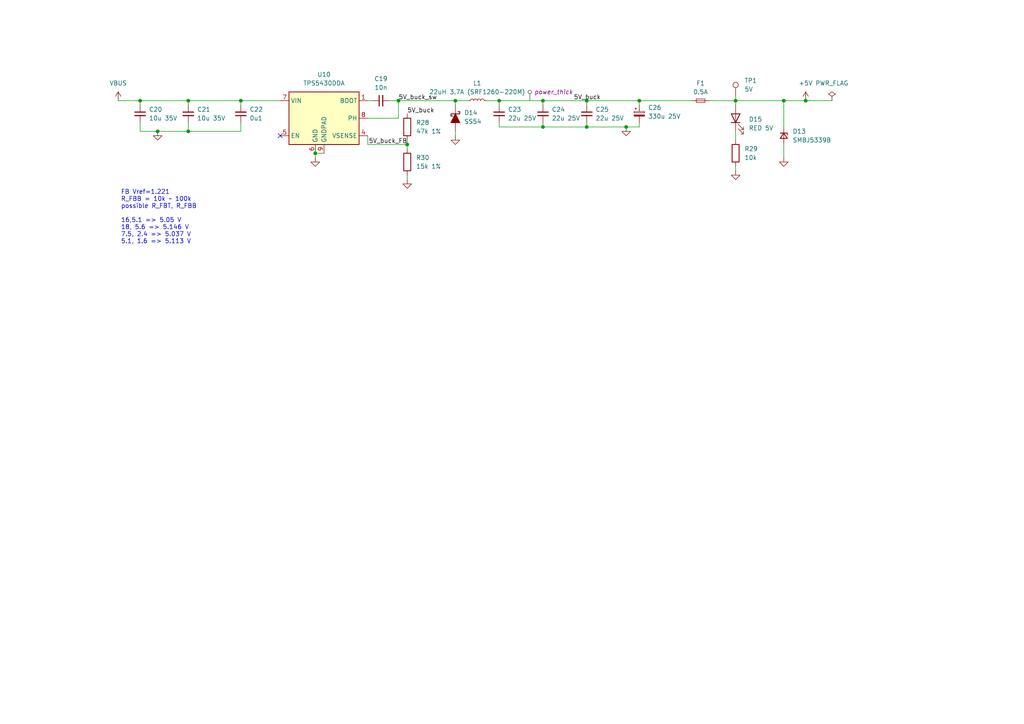
<source format=kicad_sch>
(kicad_sch (version 20231120) (generator "eeschema") (generator_version "8.0")
  (paper "A4")
  (title_block (title "HVB_LV1") (date "2024-10-25") (rev "1.0") (company "NTURacing") (comment 1 "Powertrain") (comment 2 "郭哲明 Jack Kuo"))
  (lib_symbols
    (symbol "Connector:TestPoint" (pin_numbers hide) (pin_names (offset 0.762) hide)
      (property "Reference" "TP" (at 0 6.858 0))
      (property "Value" "TestPoint" (at 0 5.08 0))
      (symbol "TestPoint_0_1"
        (circle (center 0 3.302) (radius 0.762))
      )
      (symbol "TestPoint_1_1"
        (pin passive line (at 0 0 90) (length 2.54) (name "1") (number "1"))
      )
    )
    (symbol "Device:C_Polarized_Small" (pin_numbers hide) (pin_names (offset 0.254) hide)
      (property "Reference" "C" (at 0.254 1.778 0))
      (property "Value" "C_Polarized_Small" (at 0.254 -2.032 0))
      (symbol "C_Polarized_Small_0_1"
        (rectangle (start -1.524 -0.3048) (end 1.524 -0.6858) (fill (type outline)))
        (rectangle (start -1.524 0.6858) (end 1.524 0.3048))
        (polyline (pts (xy -1.27 1.524) (xy -0.762 1.524)))
        (polyline (pts (xy -1.016 1.27) (xy -1.016 1.778)))
      )
      (symbol "C_Polarized_Small_1_1"
        (pin passive line (at 0 2.54 270) (length 1.8542) (name "~") (number "1"))
        (pin passive line (at 0 -2.54 90) (length 1.8542) (name "~") (number "2"))
      )
    )
    (symbol "Device:C_Small" (pin_numbers hide) (pin_names (offset 0.254) hide)
      (property "Reference" "C" (at 0.254 1.778 0))
      (property "Value" "C_Small" (at 0.254 -2.032 0))
      (symbol "C_Small_0_1"
        (polyline (pts (xy -1.524 -0.508) (xy 1.524 -0.508)) (stroke (width 0.3302)))
        (polyline (pts (xy -1.524 0.508) (xy 1.524 0.508)) (stroke (width 0.3048)))
      )
      (symbol "C_Small_1_1"
        (pin passive line (at 0 2.54 270) (length 2.032) (name "~") (number "1"))
        (pin passive line (at 0 -2.54 90) (length 2.032) (name "~") (number "2"))
      )
    )
    (symbol "Device:D_Zener_Small" (pin_numbers hide) (pin_names (offset 0.254) hide)
      (property "Reference" "D" (at 0 2.286 0))
      (property "Value" "D_Zener_Small" (at 0 -2.286 0))
      (symbol "D_Zener_Small_0_1"
        (polyline (pts (xy 0.762 0) (xy -0.762 0)))
        (polyline (pts (xy -0.254 1.016) (xy -0.762 1.016) (xy -0.762 -1.016)) (stroke (width 0.254)))
        (polyline (pts (xy 0.762 1.016) (xy -0.762 0) (xy 0.762 -1.016) (xy 0.762 1.016)) (stroke (width 0.254)))
      )
      (symbol "D_Zener_Small_1_1"
        (pin passive line (at -2.54 0 0) (length 1.778) (name "K") (number "1"))
        (pin passive line (at 2.54 0 180) (length 1.778) (name "A") (number "2"))
      )
    )
    (symbol "Device:Fuse_Small" (pin_numbers hide) (pin_names (offset 0.254) hide)
      (property "Reference" "F" (at 0 -1.524 0))
      (property "Value" "Fuse_Small" (at 0 1.524 0))
      (symbol "Fuse_Small_0_1"
        (rectangle (start -1.27 0.508) (end 1.27 -0.508))
        (polyline (pts (xy -1.27 0) (xy 1.27 0)))
      )
      (symbol "Fuse_Small_1_1"
        (pin passive line (at -2.54 0 0) (length 1.27) (name "~") (number "1"))
        (pin passive line (at 2.54 0 180) (length 1.27) (name "~") (number "2"))
      )
    )
    (symbol "Device:LED" (pin_numbers hide) (pin_names (offset 1.016) hide)
      (property "Reference" "D" (at 0 2.54 0))
      (property "Value" "LED" (at 0 -2.54 0))
      (symbol "LED_0_1"
        (polyline (pts (xy -1.27 -1.27) (xy -1.27 1.27)) (stroke (width 0.254)))
        (polyline (pts (xy -1.27 0) (xy 1.27 0)))
        (polyline (pts (xy 1.27 -1.27) (xy 1.27 1.27) (xy -1.27 0) (xy 1.27 -1.27)) (stroke (width 0.254)))
        (polyline (pts (xy -3.048 -0.762) (xy -4.572 -2.286) (xy -3.81 -2.286) (xy -4.572 -2.286) (xy -4.572 -1.524)))
        (polyline (pts (xy -1.778 -0.762) (xy -3.302 -2.286) (xy -2.54 -2.286) (xy -3.302 -2.286) (xy -3.302 -1.524)))
      )
      (symbol "LED_1_1"
        (pin passive line (at -3.81 0 0) (length 2.54) (name "K") (number "1"))
        (pin passive line (at 3.81 0 180) (length 2.54) (name "A") (number "2"))
      )
    )
    (symbol "Device:L_Small" (pin_numbers hide) (pin_names (offset 0.254) hide)
      (property "Reference" "L" (at 0.762 1.016 0))
      (property "Value" "L_Small" (at 0.762 -1.016 0))
      (symbol "L_Small_0_1"
        (arc (start 0 -2.032) (mid 0.5058 -1.524) (end 0 -1.016))
        (arc (start 0 -1.016) (mid 0.5058 -0.508) (end 0 0))
        (arc (start 0 0) (mid 0.5058 0.508) (end 0 1.016))
        (arc (start 0 1.016) (mid 0.5058 1.524) (end 0 2.032))
      )
      (symbol "L_Small_1_1"
        (pin passive line (at 0 2.54 270) (length 0.508) (name "~") (number "1"))
        (pin passive line (at 0 -2.54 90) (length 0.508) (name "~") (number "2"))
      )
    )
    (symbol "Device:R" (pin_numbers hide) (pin_names (offset 0))
      (property "Reference" "R" (at 2.032 0 90))
      (property "Value" "R" (at 0 0 90))
      (symbol "R_0_1"
        (rectangle (start -1.016 -2.54) (end 1.016 2.54) (stroke (width 0.254)))
      )
      (symbol "R_1_1"
        (pin passive line (at 0 3.81 270) (length 1.27) (name "~") (number "1"))
        (pin passive line (at 0 -3.81 90) (length 1.27) (name "~") (number "2"))
      )
    )
    (symbol "PCM_Diode_Schottky_AKL:SS54" (pin_numbers hide) (pin_names (offset 1.016) hide)
      (property "Reference" "D" (at 0 5.08 0))
      (property "Value" "SS54" (at 0 2.54 0))
      (symbol "SS54_0_1"
        (polyline (pts (xy -1.27 0) (xy 1.27 0)))
        (polyline (pts (xy -1.27 -1.27) (xy -1.27 1.27) (xy 1.27 0) (xy -1.27 -1.27)) (stroke (width 0.254)) (fill (type outline)))
        (polyline (pts (xy 1.905 -0.762) (xy 1.905 -1.27) (xy 1.27 -1.27) (xy 1.27 1.27) (xy 0.635 1.27) (xy 0.635 0.762)) (stroke (width 0.254)))
      )
      (symbol "SS54_0_2"
        (polyline (pts (xy -2.54 -2.54) (xy 2.54 2.54)))
        (polyline (pts (xy 0 1.778) (xy 1.778 0)) (stroke (width 0.254)))
        (polyline (pts (xy 0 1.778) (xy -0.381 1.397) (xy 0 1.016)) (stroke (width 0.254)))
        (polyline (pts (xy 1.778 0) (xy 2.159 0.381) (xy 1.778 0.762)) (stroke (width 0.254)))
        (polyline (pts (xy -0.889 -0.889) (xy -1.778 0) (xy 0.889 0.889) (xy 0 -1.778) (xy -0.889 -0.889)) (stroke (width 0.254)) (fill (type outline)))
      )
      (symbol "SS54_1_1"
        (pin passive line (at 3.81 0 180) (length 2.54) (name "K") (number "1"))
        (pin passive line (at -3.81 0 0) (length 2.54) (name "A") (number "2"))
      )
      (symbol "SS54_1_2"
        (pin passive line (at 2.54 2.54 180) (length 0) (name "K") (number "1"))
        (pin passive line (at -2.54 -2.54 0) (length 0) (name "A") (number "2"))
      )
    )
    (symbol "Regulator_Switching:TPS5430DDA"
      (property "Reference" "U" (at -10.16 8.89 0))
      (property "Value" "TPS5430DDA" (at -1.27 8.89 0))
      (symbol "TPS5430DDA_0_1"
        (rectangle (start -10.16 7.62) (end 10.16 -7.62) (stroke (width 0.254)) (fill (type background)))
      )
      (symbol "TPS5430DDA_1_1"
        (pin input line (at 12.7 5.08 180) (length 2.54) (name "BOOT") (number "1"))
        (pin no_connect line (at -10.16 2.54 0) (length 2.54) hide (name "NC") (number "2"))
        (pin no_connect line (at -10.16 -2.54 0) (length 2.54) hide (name "NC") (number "3"))
        (pin input line (at 12.7 -5.08 180) (length 2.54) (name "VSENSE") (number "4"))
        (pin input line (at -12.7 -5.08 0) (length 2.54) (name "EN") (number "5"))
        (pin power_in line (at -2.54 -10.16 90) (length 2.54) (name "GND") (number "6"))
        (pin power_in line (at -12.7 5.08 0) (length 2.54) (name "VIN") (number "7"))
        (pin output line (at 12.7 0 180) (length 2.54) (name "PH") (number "8"))
        (pin power_in line (at 0 -10.16 90) (length 2.54) (name "GNDPAD") (number "9"))
      )
    )
    (symbol "power:+5V" (power) (pin_numbers hide) (pin_names (offset 0) hide)
      (property "Value" "+5V" (at 0 3.556 0))
      (symbol "+5V_0_1"
        (polyline (pts (xy -0.762 1.27) (xy 0 2.54)))
        (polyline (pts (xy 0 0) (xy 0 2.54)))
        (polyline (pts (xy 0 2.54) (xy 0.762 1.27)))
      )
      (symbol "+5V_1_1"
        (pin power_in line (at 0 0 90) (length 0) (name "~") (number "1"))
      )
    )
    (symbol "power:GND" (power) (pin_numbers hide) (pin_names (offset 0) hide)
      (property "Value" "GND" (at 0 -3.81 0))
      (symbol "GND_0_1"
        (polyline (pts (xy 0 0) (xy 0 -1.27) (xy 1.27 -1.27) (xy 0 -2.54) (xy -1.27 -1.27) (xy 0 -1.27)))
      )
      (symbol "GND_1_1"
        (pin power_in line (at 0 0 270) (length 0) (name "~") (number "1"))
      )
    )
    (symbol "power:PWR_FLAG" (power) (pin_numbers hide) (pin_names (offset 0) hide)
      (property "Value" "PWR_FLAG" (at 0 3.81 0))
      (symbol "PWR_FLAG_0_0"
        (pin power_out line (at 0 0 90) (length 0) (name "~") (number "1"))
      )
      (symbol "PWR_FLAG_0_1"
        (polyline (pts (xy 0 0) (xy 0 1.27) (xy -1.016 1.905) (xy 0 2.54) (xy 1.016 1.905) (xy 0 1.27)))
      )
    )
    (symbol "power:VBUS" (power) (pin_numbers hide) (pin_names (offset 0) hide)
      (property "Value" "VBUS" (at 0 3.556 0))
      (symbol "VBUS_0_1"
        (polyline (pts (xy -0.762 1.27) (xy 0 2.54)))
        (polyline (pts (xy 0 0) (xy 0 2.54)))
        (polyline (pts (xy 0 2.54) (xy 0.762 1.27)))
      )
      (symbol "VBUS_1_1"
        (pin power_in line (at 0 0 90) (length 0) (name "~") (number "1"))
      )
    )
  )
  (junction (at 157.48 29.21))
  (junction (at 54.61 29.21))
  (junction (at 144.78 29.21))
  (junction (at 118.11 41.91))
  (junction (at 185.42 29.21))
  (junction (at 170.18 29.21))
  (junction (at 54.61 38.1))
  (junction (at 157.48 36.83))
  (junction (at 69.85 29.21))
  (junction (at 91.44 44.45))
  (junction (at 227.33 29.21))
  (junction (at 40.64 29.21))
  (junction (at 115.57 29.21))
  (junction (at 181.61 36.83))
  (junction (at 213.36 29.21))
  (junction (at 45.72 38.1))
  (junction (at 233.68 29.21))
  (junction (at 132.08 29.21))
  (junction (at 170.18 36.83))
  (no_connect (at 81.28 39.37))
  (wire (pts (xy 106.68 29.21) (xy 107.95 29.21)))
  (wire (pts (xy 118.11 52.07) (xy 118.11 50.8)))
  (wire (pts (xy 144.78 36.83) (xy 157.48 36.83)))
  (wire (pts (xy 157.48 36.83) (xy 157.48 35.56)))
  (wire (pts (xy 91.44 45.72) (xy 91.44 44.45)))
  (wire (pts (xy 91.44 44.45) (xy 93.98 44.45)))
  (wire (pts (xy 227.33 29.21) (xy 233.68 29.21)))
  (wire (pts (xy 69.85 35.56) (xy 69.85 38.1)))
  (wire (pts (xy 170.18 36.83) (xy 181.61 36.83)))
  (wire (pts (xy 54.61 29.21) (xy 54.61 30.48)))
  (wire (pts (xy 118.11 41.91) (xy 118.11 43.18)))
  (wire (pts (xy 213.36 49.53) (xy 213.36 48.26)))
  (wire (pts (xy 40.64 29.21) (xy 54.61 29.21)))
  (wire (pts (xy 185.42 29.21) (xy 200.66 29.21)))
  (wire (pts (xy 213.36 29.21) (xy 213.36 30.48)))
  (wire (pts (xy 34.29 29.21) (xy 40.64 29.21)))
  (wire (pts (xy 132.08 30.48) (xy 132.08 29.21)))
  (wire (pts (xy 113.03 29.21) (xy 115.57 29.21)))
  (wire (pts (xy 227.33 36.83) (xy 227.33 29.21)))
  (wire (pts (xy 213.36 27.94) (xy 213.36 29.21)))
  (wire (pts (xy 140.97 29.21) (xy 144.78 29.21)))
  (wire (pts (xy 170.18 30.48) (xy 170.18 29.21)))
  (wire (pts (xy 170.18 29.21) (xy 185.42 29.21)))
  (wire (pts (xy 132.08 39.37) (xy 132.08 38.1)))
  (wire (pts (xy 157.48 29.21) (xy 170.18 29.21)))
  (wire (pts (xy 132.08 29.21) (xy 135.89 29.21)))
  (wire (pts (xy 213.36 29.21) (xy 227.33 29.21)))
  (wire (pts (xy 213.36 40.64) (xy 213.36 38.1)))
  (wire (pts (xy 54.61 29.21) (xy 69.85 29.21)))
  (wire (pts (xy 115.57 29.21) (xy 132.08 29.21)))
  (wire (pts (xy 69.85 30.48) (xy 69.85 29.21)))
  (wire (pts (xy 69.85 29.21) (xy 81.28 29.21)))
  (wire (pts (xy 157.48 36.83) (xy 170.18 36.83)))
  (wire (pts (xy 144.78 30.48) (xy 144.78 29.21)))
  (wire (pts (xy 185.42 36.83) (xy 181.61 36.83)))
  (wire (pts (xy 170.18 36.83) (xy 170.18 35.56)))
  (wire (pts (xy 40.64 38.1) (xy 40.64 35.56)))
  (wire (pts (xy 144.78 36.83) (xy 144.78 35.56)))
  (wire (pts (xy 144.78 29.21) (xy 157.48 29.21)))
  (wire (pts (xy 69.85 38.1) (xy 54.61 38.1)))
  (wire (pts (xy 185.42 29.21) (xy 185.42 30.48)))
  (wire (pts (xy 40.64 38.1) (xy 45.72 38.1)))
  (wire (pts (xy 106.68 41.91) (xy 106.68 39.37)))
  (wire (pts (xy 115.57 29.21) (xy 115.57 34.29)))
  (wire (pts (xy 241.3 29.21) (xy 233.68 29.21)))
  (wire (pts (xy 118.11 41.91) (xy 106.68 41.91)))
  (wire (pts (xy 185.42 35.56) (xy 185.42 36.83)))
  (wire (pts (xy 227.33 45.72) (xy 227.33 41.91)))
  (wire (pts (xy 157.48 30.48) (xy 157.48 29.21)))
  (wire (pts (xy 40.64 29.21) (xy 40.64 30.48)))
  (wire (pts (xy 54.61 38.1) (xy 54.61 35.56)))
  (wire (pts (xy 45.72 38.1) (xy 54.61 38.1)))
  (wire (pts (xy 106.68 34.29) (xy 115.57 34.29)))
  (wire (pts (xy 205.74 29.21) (xy 213.36 29.21)))
  (wire (pts (xy 118.11 40.64) (xy 118.11 41.91)))
  (text "FB Vref=1.221\nR_FBB = 10k ~ 100k\npossible R_FBT, R_FBB\n\n16,5.1 => 5.05 V\n18, 5.6 => 5.146 V\n7.5, 2.4 => 5.037 V\n5.1, 1.6 => 5.113 V" (at 35.052 70.866 0) (effects (font (size 1.27 1.27)) (justify left bottom)))
  (label "5V_buck" (at 118.11 33.02 0))
  (label "5V_buck_FB" (at 118.11 41.91 180))
  (label "5V_buck" (at 166.37 29.21 0))
  (label "5V_buck_sw" (at 115.57 29.21 0))
  (netclass_flag "" (length 2.54) (shape round) (at 153.67 29.21 0) (property "Netclass" "power_thick" (at 154.94 26.67 0) (effects (font (italic yes)) (justify left))))
  (symbol (lib_id "power:GND") (at 118.11 52.07 0) (unit 1)
    (property "Reference" "#PWR0103" (effects (hide yes)))
    (property "Value" "GND" (effects (hide yes)))
    (property "Description" "Power symbol creates a global label with name \"GND\" , ground" (effects (hide yes)))
  )
  (symbol (lib_id "power:GND") (at 213.36 49.53 0) (unit 1)
    (property "Reference" "#PWR0102" (effects (hide yes)))
    (property "Value" "GND" (effects (hide yes)))
    (property "Description" "Power symbol creates a global label with name \"GND\" , ground" (effects (hide yes)))
  )
  (symbol (lib_id "Device:C_Small") (at 40.64 33.02 0) (unit 1)
    (property "Reference" "C20" (at 43.18 31.7562 0) (effects (justify left)))
    (property "Value" "10u 35V" (at 43.18 34.2962 0) (effects (justify left)))
    (property "Footprint" "Capacitor_SMD:C_1206_3216Metric" (effects (hide yes)))
    (property "Description" "Unpolarized capacitor, small symbol" (effects (hide yes)))
  )
  (symbol (lib_id "power:GND") (at 227.33 45.72 0) (unit 1)
    (property "Reference" "#PWR097" (effects (hide yes)))
    (property "Value" "GND" (effects (hide yes)))
    (property "Description" "Power symbol creates a global label with name \"GND\" , ground" (effects (hide yes)))
  )
  (symbol (lib_id "Device:C_Small") (at 69.85 33.02 180) (unit 1)
    (property "Reference" "C22" (at 72.39 31.7435 0) (effects (justify right)))
    (property "Value" "0u1" (at 72.39 34.2835 0) (effects (justify right)))
    (property "Footprint" "Capacitor_SMD:C_0603_1608Metric" (effects (hide yes)))
    (property "Description" "Unpolarized capacitor, small symbol" (effects (hide yes)))
  )
  (symbol (lib_id "Connector:TestPoint") (at 213.36 27.94 0) (unit 1)
    (property "Reference" "TP1" (at 215.9 23.368 0) (effects (justify left)))
    (property "Value" "5V" (at 215.9 25.908 0) (effects (justify left)))
    (property "Footprint" "TestPoint:TestPoint_Pad_D1.0mm" (effects (hide yes)))
    (property "Description" "test point" (effects (hide yes)))
  )
  (symbol (lib_id "Device:C_Small") (at 157.48 33.02 0) (unit 1)
    (property "Reference" "C24" (at 160.02 31.7562 0) (effects (justify left)))
    (property "Value" "22u 25V" (at 160.02 34.2962 0) (effects (justify left)))
    (property "Footprint" "Capacitor_SMD:C_1206_3216Metric" (effects (hide yes)))
    (property "Description" "Unpolarized capacitor, small symbol" (effects (hide yes)))
  )
  (symbol (lib_id "power:VBUS") (at 34.29 29.21 0) (unit 1)
    (property "Reference" "#PWR095" (effects (hide yes)))
    (property "Value" "VBUS" (at 34.29 24.13 0))
    (property "Description" "Power symbol creates a global label with name \"VBUS\"" (effects (hide yes)))
  )
  (symbol (lib_id "power:GND") (at 91.44 45.72 0) (unit 1)
    (property "Reference" "#PWR0101" (effects (hide yes)))
    (property "Value" "GND" (effects (hide yes)))
    (property "Description" "Power symbol creates a global label with name \"GND\" , ground" (effects (hide yes)))
  )
  (symbol (lib_id "power:+5V") (at 233.68 29.21 0) (unit 1)
    (property "Reference" "#PWR096" (effects (hide yes)))
    (property "Value" "+5V" (at 233.68 24.13 0))
    (property "Description" "Power symbol creates a global label with name \"+5V\"" (effects (hide yes)))
  )
  (symbol (lib_id "Device:Fuse_Small") (at 203.2 29.21 0) (unit 1)
    (property "Reference" "F1" (at 203.2 24.13 0))
    (property "Value" "0.5A" (at 203.2 26.67 0))
    (property "Footprint" "Fuse:Fuse_1812_4532Metric" (effects (hide yes)))
    (property "Description" "Fuse, small symbol" (effects (hide yes)))
  )
  (symbol (lib_id "Device:R") (at 118.11 46.99 0) (unit 1)
    (property "Reference" "R30" (at 120.65 45.72 0) (effects (justify left)))
    (property "Value" "15k 1%" (at 120.65 48.26 0) (effects (justify left)))
    (property "Footprint" "Resistor_SMD:R_0603_1608Metric" (effects (hide yes)))
    (property "Description" "Resistor" (effects (hide yes)))
  )
  (symbol (lib_id "power:GND") (at 181.61 36.83 0) (unit 1)
    (property "Reference" "#PWR098" (effects (hide yes)))
    (property "Value" "GND" (effects (hide yes)))
    (property "Description" "Power symbol creates a global label with name \"GND\" , ground" (effects (hide yes)))
  )
  (symbol (lib_id "PCM_Diode_Schottky_AKL:SS54") (at 132.08 34.29 90) (unit 1)
    (property "Reference" "D14" (at 134.62 32.7024 90) (effects (justify right)))
    (property "Value" "SS54" (at 134.62 35.2424 90) (effects (justify right)))
    (property "Footprint" "Diode_SMD:D_SMA" (effects (hide yes)))
    (property "Datasheet" "https://www.laro.com.pl/pdf/ss56.pdf" (effects (hide yes)))
    (property "Description" "SMC Schottky diode, 40V, 5A, Alternate KiCAD Library" (effects (hide yes)))
  )
  (symbol (lib_id "Device:R") (at 118.11 36.83 0) (unit 1)
    (property "Reference" "R28" (at 120.65 35.56 0) (effects (justify left)))
    (property "Value" "47k 1%" (at 120.65 38.1 0) (effects (justify left)))
    (property "Footprint" "Resistor_SMD:R_0603_1608Metric" (effects (hide yes)))
    (property "Description" "Resistor" (effects (hide yes)))
  )
  (symbol (lib_id "Device:C_Polarized_Small") (at 185.42 33.02 0) (unit 1)
    (property "Reference" "C26" (at 187.96 31.2038 0) (effects (justify left)))
    (property "Value" "330u 25V" (at 187.96 33.7438 0) (effects (justify left)))
    (property "Footprint" "Capacitor_THT:CP_Radial_D8.0mm_P3.80mm" (effects (hide yes)))
    (property "Description" "Polarized capacitor, small symbol" (effects (hide yes)))
  )
  (symbol (lib_id "Device:C_Small") (at 144.78 33.02 0) (unit 1)
    (property "Reference" "C23" (at 147.32 31.7562 0) (effects (justify left)))
    (property "Value" "22u 25V" (at 147.32 34.2962 0) (effects (justify left)))
    (property "Footprint" "Capacitor_SMD:C_1206_3216Metric" (effects (hide yes)))
    (property "Description" "Unpolarized capacitor, small symbol" (effects (hide yes)))
  )
  (symbol (lib_id "Device:L_Small") (at 138.43 29.21 90) (unit 1)
    (property "Reference" "L1" (at 138.43 24.13 90))
    (property "Value" "22uH 3.7A (SRF1260-220M)" (at 138.43 26.67 90))
    (property "Footprint" "SamacSys_Parts:SRR1260A220M" (effects (hide yes)))
    (property "Description" "Inductor, small symbol" (effects (hide yes)))
  )
  (symbol (lib_id "Regulator_Switching:TPS5430DDA") (at 93.98 34.29 0) (unit 1)
    (property "Reference" "U10" (at 93.98 21.59 0))
    (property "Value" "TPS5430DDA" (at 93.98 24.13 0))
    (property "Footprint" "Package_SO:TI_SO-PowerPAD-8_ThermalVias" (effects (hide yes)))
    (property "Datasheet" "http://www.ti.com/lit/ds/symlink/tps5430.pdf" (effects (hide yes)))
    (property "Description" "3A, Step Down Swift Converter, Adjustable Output Voltage, 5.5-36V Input Voltage, PowerSO-8" (effects (hide yes)))
  )
  (symbol (lib_id "Device:R") (at 213.36 44.45 0) (unit 1)
    (property "Reference" "R29" (at 215.9 43.18 0) (effects (justify left)))
    (property "Value" "10k" (at 215.9 45.72 0) (effects (justify left)))
    (property "Footprint" "Resistor_SMD:R_0603_1608Metric" (effects (hide yes)))
    (property "Description" "Resistor" (effects (hide yes)))
  )
  (symbol (lib_id "Device:LED") (at 213.36 34.29 90) (unit 1)
    (property "Reference" "D15" (at 217.17 34.6074 90) (effects (justify right)))
    (property "Value" "RED 5V" (at 217.17 37.1474 90) (effects (justify right)))
    (property "Footprint" "LED_SMD:LED_0603_1608Metric" (effects (hide yes)))
    (property "Description" "Light emitting diode" (effects (hide yes)))
  )
  (symbol (lib_id "power:PWR_FLAG") (at 241.3 29.21 0) (unit 1)
    (property "Reference" "#FLG03" (effects (hide yes)))
    (property "Value" "PWR_FLAG" (at 241.3 24.13 0))
    (property "Description" "Special symbol for telling ERC where power comes from" (effects (hide yes)))
  )
  (symbol (lib_id "Device:D_Zener_Small") (at 227.33 39.37 270) (unit 1)
    (property "Reference" "D13" (at 229.87 38.1 90) (effects (justify left)))
    (property "Value" "SMBJ5339B" (at 229.87 40.64 90) (effects (justify left)))
    (property "Footprint" "Diode_SMD:D_SMB" (effects (hide yes)))
    (property "Description" "Zener diode, small symbol" (effects (hide yes)))
  )
  (symbol (lib_id "Device:C_Small") (at 54.61 33.02 0) (unit 1)
    (property "Reference" "C21" (at 57.15 31.7562 0) (effects (justify left)))
    (property "Value" "10u 35V" (at 57.15 34.2962 0) (effects (justify left)))
    (property "Footprint" "Capacitor_SMD:C_1206_3216Metric" (effects (hide yes)))
    (property "Description" "Unpolarized capacitor, small symbol" (effects (hide yes)))
  )
  (symbol (lib_id "Device:C_Small") (at 110.49 29.21 90) (unit 1)
    (property "Reference" "C19" (at 110.4963 22.86 90))
    (property "Value" "10n" (at 110.4963 25.4 90))
    (property "Footprint" "Capacitor_SMD:C_0402_1005Metric" (effects (hide yes)))
    (property "Description" "Unpolarized capacitor, small symbol" (effects (hide yes)))
  )
  (symbol (lib_id "power:GND") (at 132.08 39.37 0) (unit 1)
    (property "Reference" "#PWR0100" (effects (hide yes)))
    (property "Value" "GND" (effects (hide yes)))
    (property "Description" "Power symbol creates a global label with name \"GND\" , ground" (effects (hide yes)))
  )
  (symbol (lib_id "Device:C_Small") (at 170.18 33.02 0) (unit 1)
    (property "Reference" "C25" (at 172.72 31.7562 0) (effects (justify left)))
    (property "Value" "22u 25V" (at 172.72 34.2962 0) (effects (justify left)))
    (property "Footprint" "Capacitor_SMD:C_1206_3216Metric" (effects (hide yes)))
    (property "Description" "Unpolarized capacitor, small symbol" (effects (hide yes)))
  )
  (symbol (lib_id "power:GND") (at 45.72 38.1 0) (unit 1)
    (property "Reference" "#PWR099" (effects (hide yes)))
    (property "Value" "GND" (effects (hide yes)))
    (property "Description" "Power symbol creates a global label with name \"GND\" , ground" (effects (hide yes)))
  )
)
</source>
